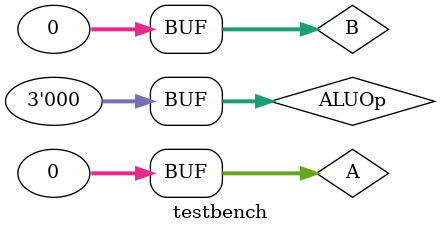
<source format=v>
`timescale 1ns / 1ps


module testbench;

	// Inputs
	reg [31:0] A;
	reg [31:0] B;
	reg [2:0] ALUOp;

	// Outputs
	wire [31:0] C;

	// Instantiate the Unit Under Test (UUT)
	alu uut (
		.A(A), 
		.B(B), 
		.ALUOp(ALUOp), 
		.C(C)
	);

	initial begin
		// Initialize Inputs
		A = 0;
		B = 0;
		ALUOp = 0;

		// Wait 100 ns for global reset to finish
		#100;
        
		// Add stimulus here

	end
      
endmodule


</source>
